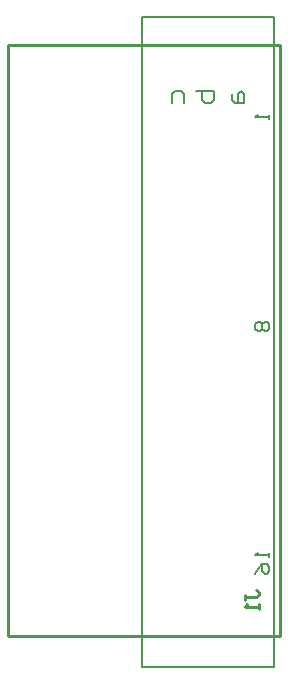
<source format=gbo>
%FSTAX23Y23*%
%MOIN*%
%SFA1B1*%

%IPPOS*%
%ADD12C,0.010000*%
%ADD22C,0.008000*%
%ADD29C,0.006000*%
%LNspinn5power-1*%
%LPD*%
G54D12*
X00788Y0012D02*
Y00136D01*
Y00128*
X00827*
X00835Y00136*
Y00144*
X00827Y00152*
X00835Y00105D02*
Y00089D01*
Y00097*
X00788*
X00796Y00105*
X0Y01969D02*
X00906D01*
Y0D02*
Y01969D01*
X0Y0D02*
X00906D01*
X0D02*
Y01969D01*
G54D22*
X0045Y-00106D02*
X00884D01*
X00446Y02062D02*
X00884D01*
Y-00106D02*
Y02062D01*
X00446Y-00106D02*
Y02062D01*
G54D29*
X0087Y00277D02*
Y00261D01*
Y00269*
X00823*
X00831Y00277*
X00823Y00206D02*
X00831Y00222D01*
X00846Y00238*
X00862*
X0087Y0023*
Y00214*
X00862Y00206*
X00854*
X00846Y00214*
Y00238*
X00831Y01047D02*
X00823Y01039D01*
Y01023*
X00831Y01015*
X00839*
X00846Y01023*
X00854Y01015*
X00862*
X0087Y01023*
Y01039*
X00862Y01047*
X00854*
X00846Y01039*
X00839Y01047*
X00831*
X00846Y01039D02*
Y01023D01*
X00545Y01775D02*
Y01804D01*
X00555Y01814*
X00575*
X00585Y01804*
Y01775*
X00626Y01814D02*
X00685D01*
Y01784*
X00675Y01775*
X00665*
X00655*
X00645Y01784*
Y01814*
X00745Y01804D02*
Y01784D01*
X00755Y01775*
X00785*
Y01804*
X00775Y01814*
X00765Y01804*
Y01775*
X0087Y01737D02*
Y01721D01*
Y01729*
X00823*
X00831Y01737*
M02*
</source>
